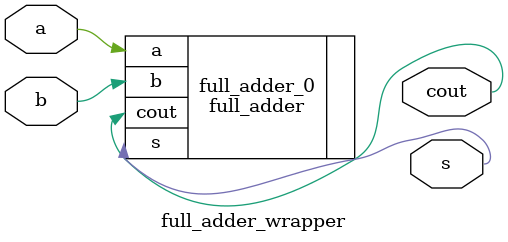
<source format=v>
module full_adder_wrapper (
                           input  a, b,
                           output s, cout
                           );
   full_adder full_adder_0(
                           .a(a),
                           .b(b),
                           .s(s),
                           .cout(cout)
                           );

endmodule // full_adder_wrapper

</source>
